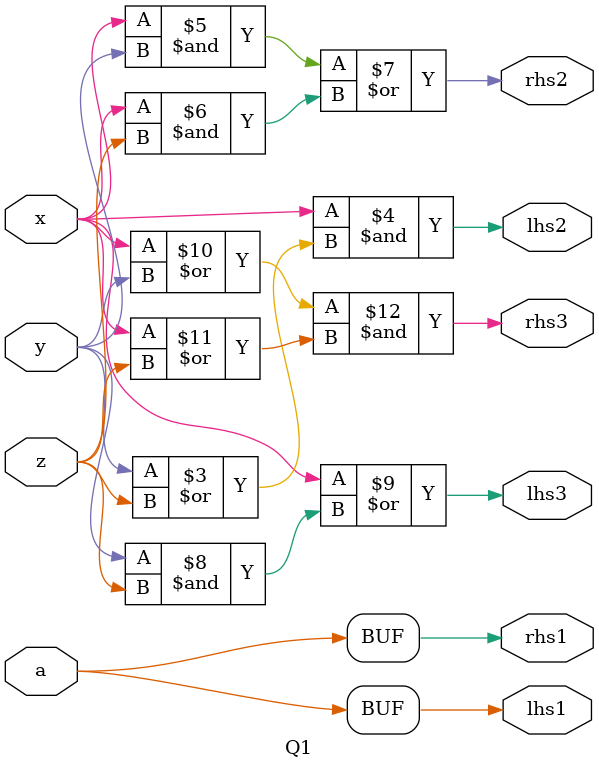
<source format=v>
module Q1(a,x,y,z, lhs1,lhs2,lhs3,rhs1,rhs2,rhs3);
	input a,x,y,z;
	output lhs1,lhs2,lhs3,rhs1,rhs2,rhs3;
	assign lhs1 = ~(~a);
	assign rhs1 = a;
	assign lhs2 = x&(y|z);
	assign rhs2 = (x&y)|(x&z);
	assign lhs3 = x|(y&z);
	assign rhs3 = (x|y)&(x|z);
endmodule

</source>
